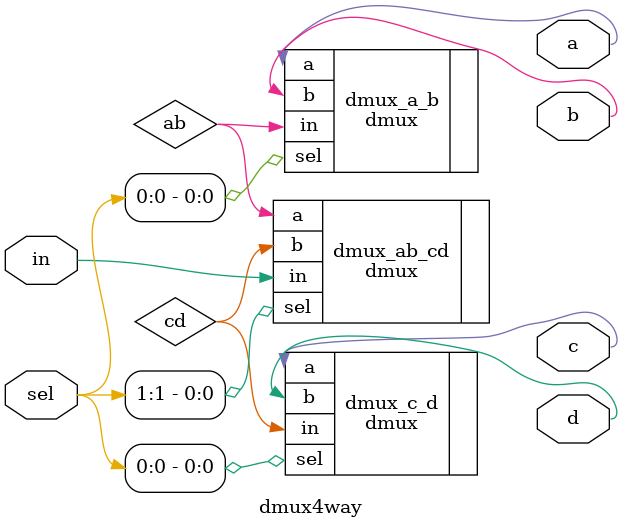
<source format=v>
module dmux4way
(
    input in,
    input [1:0] sel,
    output a,
    output b,
    output c,
    output d
);

wire ab, cd;

dmux dmux_ab_cd
(
    .in(in),
    .sel(sel[1]),
    .a(ab),
    .b(cd)
);

dmux dmux_a_b
(
    .in(ab),
    .sel(sel[0]),
    .a(a),
    .b(b)
);

dmux dmux_c_d
(
    .in(cd),
    .sel(sel[0]),
    .a(c),
    .b(d)
);

endmodule

</source>
